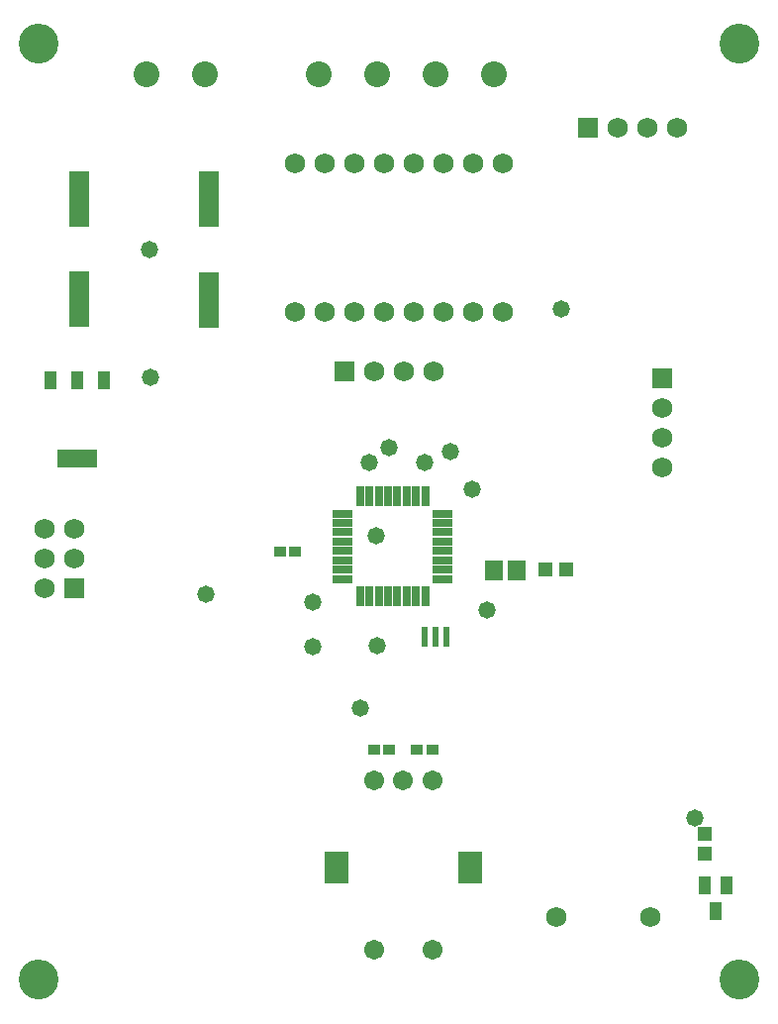
<source format=gts>
G04*
G04 #@! TF.GenerationSoftware,Altium Limited,Altium Designer,18.0.7 (293)*
G04*
G04 Layer_Color=8388736*
%FSLAX25Y25*%
%MOIN*%
G70*
G01*
G75*
%ADD31R,0.13556X0.05958*%
%ADD32R,0.04461X0.05958*%
%ADD33R,0.07887X0.11036*%
%ADD34R,0.02965X0.06706*%
%ADD35R,0.06706X0.02965*%
%ADD36R,0.01981X0.07099*%
%ADD37R,0.06706X0.18517*%
%ADD38R,0.05918X0.06706*%
%ADD39R,0.04737X0.05131*%
%ADD40R,0.04343X0.03556*%
%ADD41R,0.05131X0.04737*%
%ADD42R,0.04147X0.05918*%
%ADD43C,0.06800*%
%ADD44R,0.07099X0.07099*%
%ADD45C,0.06737*%
%ADD46R,0.07099X0.07099*%
%ADD47C,0.08674*%
%ADD48C,0.05800*%
%ADD49C,0.13398*%
D31*
X22835Y185158D02*
D03*
D32*
X13819Y211496D02*
D03*
X22835D02*
D03*
X31850D02*
D03*
D33*
X155118Y47441D02*
D03*
X110236D02*
D03*
D34*
X118110Y138779D02*
D03*
X121260D02*
D03*
X124409D02*
D03*
X127559D02*
D03*
X130709D02*
D03*
X133858D02*
D03*
X137008D02*
D03*
X140158D02*
D03*
Y172638D02*
D03*
X137008D02*
D03*
X133858D02*
D03*
X130709D02*
D03*
X127559D02*
D03*
X124409D02*
D03*
X121260D02*
D03*
X118110D02*
D03*
D35*
X146063Y144685D02*
D03*
Y147835D02*
D03*
Y150984D02*
D03*
Y154134D02*
D03*
Y157283D02*
D03*
Y160433D02*
D03*
Y163583D02*
D03*
Y166732D02*
D03*
X112205D02*
D03*
Y163583D02*
D03*
Y160433D02*
D03*
Y157283D02*
D03*
Y154134D02*
D03*
Y150984D02*
D03*
Y147835D02*
D03*
Y144685D02*
D03*
D36*
X139862Y125197D02*
D03*
X143602D02*
D03*
X147343D02*
D03*
D37*
X23524Y238779D02*
D03*
Y272638D02*
D03*
X67224Y238681D02*
D03*
Y272539D02*
D03*
D38*
X163386Y147736D02*
D03*
X170866D02*
D03*
D39*
X234350Y52264D02*
D03*
Y58957D02*
D03*
D40*
X96358Y153937D02*
D03*
X91240D02*
D03*
X137303Y87106D02*
D03*
X142421D02*
D03*
X127854D02*
D03*
X122736D02*
D03*
D41*
X187402Y147835D02*
D03*
X180709D02*
D03*
D42*
X241732Y41634D02*
D03*
X234252D02*
D03*
X237992Y32972D02*
D03*
D43*
X224980Y296555D02*
D03*
X214980D02*
D03*
X204980D02*
D03*
X96161Y284744D02*
D03*
X106161D02*
D03*
X116161D02*
D03*
X126161D02*
D03*
X136161D02*
D03*
X146161D02*
D03*
X156161D02*
D03*
X166161D02*
D03*
Y234744D02*
D03*
X156161D02*
D03*
X146161D02*
D03*
X136161D02*
D03*
X126161D02*
D03*
X116161D02*
D03*
X106161D02*
D03*
X96161D02*
D03*
X215847Y30807D02*
D03*
X184350D02*
D03*
X219980Y202205D02*
D03*
Y192205D02*
D03*
Y182205D02*
D03*
X21949Y151732D02*
D03*
Y161732D02*
D03*
X11949Y141732D02*
D03*
Y151732D02*
D03*
Y161732D02*
D03*
X122992Y214567D02*
D03*
X132992D02*
D03*
X142992D02*
D03*
D44*
X194980Y296555D02*
D03*
X21949Y141732D02*
D03*
X112992Y214567D02*
D03*
D45*
X122835Y19882D02*
D03*
X142520D02*
D03*
Y76968D02*
D03*
X132677D02*
D03*
X122835D02*
D03*
D46*
X219980Y212205D02*
D03*
D47*
X163325Y314764D02*
D03*
X143640D02*
D03*
X123917D02*
D03*
X104195D02*
D03*
X46223D02*
D03*
X65945D02*
D03*
D48*
X66142Y139764D02*
D03*
X47244Y255512D02*
D03*
X47441Y212598D02*
D03*
X186024Y235433D02*
D03*
X139764Y183858D02*
D03*
X127890Y189032D02*
D03*
X123622Y159365D02*
D03*
X155905Y175000D02*
D03*
X148622Y187598D02*
D03*
X102165Y136909D02*
D03*
Y121949D02*
D03*
X124016Y122146D02*
D03*
X230990Y64285D02*
D03*
X160843Y134432D02*
D03*
X121260Y183862D02*
D03*
X118110Y101378D02*
D03*
D49*
X246063Y324803D02*
D03*
Y9843D02*
D03*
X9843D02*
D03*
Y324803D02*
D03*
M02*

</source>
